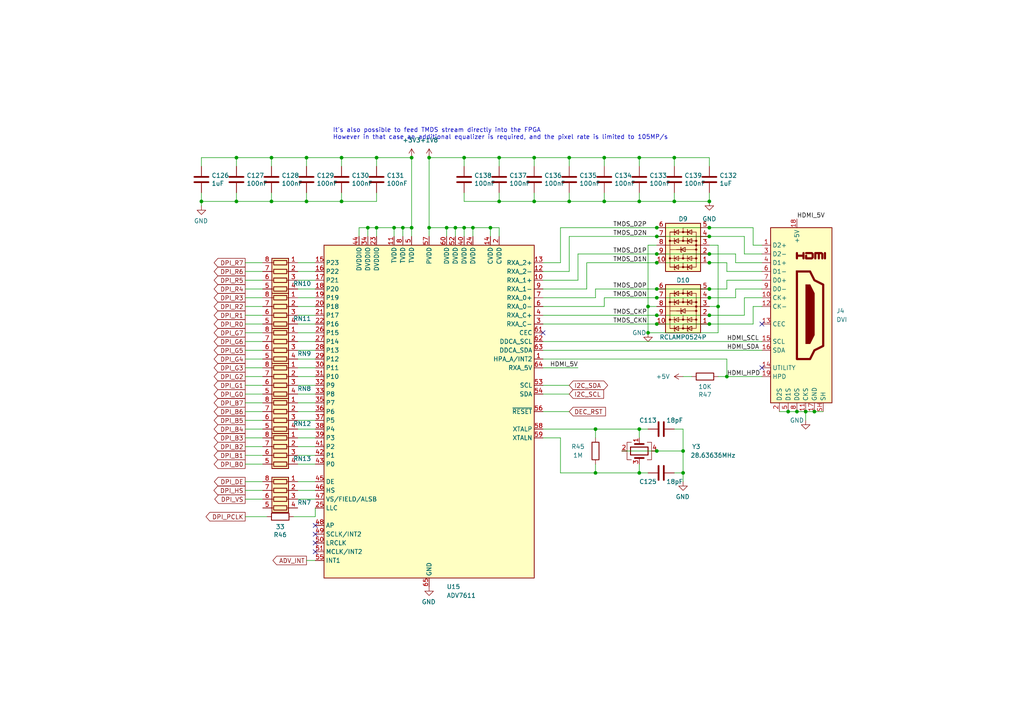
<source format=kicad_sch>
(kicad_sch (version 20231120) (generator "eeschema") (generator_version "8.0")
  (paper "A4")
  (lib_symbols
    (symbol "Connector:HDMI_A"
      (property "Reference" "J" (at -6.35 26.67 0))
      (property "Value" "HDMI_A" (at 10.16 26.67 0))
      (symbol "HDMI_A_0_0"
        (polyline (pts (xy 8.128 16.51) (xy 8.128 18.034)) (stroke (width 0.635)))
        (polyline (pts (xy 0 16.51) (xy 0 18.034) (xy 0 17.272) (xy 1.905 17.272) (xy 1.905 18.034) (xy 1.905 16.51)) (stroke (width 0.635)))
        (polyline (pts (xy 2.667 18.034) (xy 4.318 18.034) (xy 4.572 17.78) (xy 4.572 16.764) (xy 4.318 16.51) (xy 2.667 16.51) (xy 2.667 17.272)) (stroke (width 0.635)))
      )
      (symbol "HDMI_A_0_1"
        (rectangle (start -7.62 25.4) (end 10.16 -25.4) (stroke (width 0.254)) (fill (type background)))
        (polyline (pts (xy 2.54 8.89) (xy 3.81 8.89) (xy 5.08 6.35) (xy 5.08 -5.715) (xy 3.81 -8.255) (xy 2.54 -8.255) (xy 2.54 8.89)) (fill (type outline)))
        (polyline (pts (xy 5.334 16.51) (xy 5.334 18.034) (xy 6.35 18.034) (xy 6.35 16.51) (xy 6.35 18.034) (xy 7.112 18.034) (xy 7.366 17.78) (xy 7.366 16.51)) (stroke (width 0.635)))
        (polyline (pts (xy 0 12.7) (xy 0 -12.7) (xy 3.81 -12.7) (xy 5.08 -10.16) (xy 7.62 -8.89) (xy 7.62 8.89) (xy 5.08 10.16) (xy 3.81 12.7) (xy 0 12.7)) (stroke (width 0.635)))
      )
      (symbol "HDMI_A_1_1"
        (pin passive line (at -10.16 20.32 0) (length 2.54) (name "D2+") (number "1"))
        (pin passive line (at -10.16 5.08 0) (length 2.54) (name "CK+") (number "10"))
        (pin power_in line (at 2.54 -27.94 90) (length 2.54) (name "CKS") (number "11"))
        (pin passive line (at -10.16 2.54 0) (length 2.54) (name "CK-") (number "12"))
        (pin bidirectional line (at -10.16 -2.54 0) (length 2.54) (name "CEC") (number "13"))
        (pin passive line (at -10.16 -15.24 0) (length 2.54) (name "UTILITY") (number "14"))
        (pin passive line (at -10.16 -7.62 0) (length 2.54) (name "SCL") (number "15"))
        (pin bidirectional line (at -10.16 -10.16 0) (length 2.54) (name "SDA") (number "16"))
        (pin power_in line (at 5.08 -27.94 90) (length 2.54) (name "GND") (number "17"))
        (pin power_in line (at 0 27.94 270) (length 2.54) (name "+5V") (number "18"))
        (pin passive line (at -10.16 -17.78 0) (length 2.54) (name "HPD") (number "19"))
        (pin power_in line (at -5.08 -27.94 90) (length 2.54) (name "D2S") (number "2"))
        (pin passive line (at -10.16 17.78 0) (length 2.54) (name "D2-") (number "3"))
        (pin passive line (at -10.16 15.24 0) (length 2.54) (name "D1+") (number "4"))
        (pin power_in line (at -2.54 -27.94 90) (length 2.54) (name "D1S") (number "5"))
        (pin passive line (at -10.16 12.7 0) (length 2.54) (name "D1-") (number "6"))
        (pin passive line (at -10.16 10.16 0) (length 2.54) (name "D0+") (number "7"))
        (pin power_in line (at 0 -27.94 90) (length 2.54) (name "D0S") (number "8"))
        (pin passive line (at -10.16 7.62 0) (length 2.54) (name "D0-") (number "9"))
        (pin passive line (at 7.62 -27.94 90) (length 2.54) (name "SH") (number "SH"))
      )
    )
    (symbol "Device:C" (pin_numbers hide) (pin_names (offset 0.254))
      (property "Reference" "C" (at 0.635 2.54 0))
      (property "Value" "C" (at 0.635 -2.54 0))
      (symbol "C_0_1"
        (polyline (pts (xy -2.032 -0.762) (xy 2.032 -0.762)) (stroke (width 0.508)))
        (polyline (pts (xy -2.032 0.762) (xy 2.032 0.762)) (stroke (width 0.508)))
      )
      (symbol "C_1_1"
        (pin passive line (at 0 3.81 270) (length 2.794) (name "~") (number "1"))
        (pin passive line (at 0 -3.81 90) (length 2.794) (name "~") (number "2"))
      )
    )
    (symbol "Device:Crystal_GND24" (pin_names (offset 1.016) hide)
      (property "Reference" "Y" (at 3.175 5.08 0))
      (property "Value" "Crystal_GND24" (at 3.175 3.175 0))
      (symbol "Crystal_GND24_0_1"
        (rectangle (start -1.143 2.54) (end 1.143 -2.54) (stroke (width 0.3048)))
        (polyline (pts (xy -2.54 0) (xy -2.032 0)))
        (polyline (pts (xy -2.032 -1.27) (xy -2.032 1.27)) (stroke (width 0.508)))
        (polyline (pts (xy 0 -3.81) (xy 0 -3.556)))
        (polyline (pts (xy 0 3.556) (xy 0 3.81)))
        (polyline (pts (xy 2.032 -1.27) (xy 2.032 1.27)) (stroke (width 0.508)))
        (polyline (pts (xy 2.032 0) (xy 2.54 0)))
        (polyline (pts (xy -2.54 -2.286) (xy -2.54 -3.556) (xy 2.54 -3.556) (xy 2.54 -2.286)))
        (polyline (pts (xy -2.54 2.286) (xy -2.54 3.556) (xy 2.54 3.556) (xy 2.54 2.286)))
      )
      (symbol "Crystal_GND24_1_1"
        (pin passive line (at -3.81 0 0) (length 1.27) (name "1") (number "1"))
        (pin passive line (at 0 5.08 270) (length 1.27) (name "2") (number "2"))
        (pin passive line (at 3.81 0 180) (length 1.27) (name "3") (number "3"))
        (pin passive line (at 0 -5.08 90) (length 1.27) (name "4") (number "4"))
      )
    )
    (symbol "Device:R" (pin_numbers hide) (pin_names (offset 0))
      (property "Reference" "R" (at 2.032 0 90))
      (property "Value" "R" (at 0 0 90))
      (symbol "R_0_1"
        (rectangle (start -1.016 -2.54) (end 1.016 2.54) (stroke (width 0.254)))
      )
      (symbol "R_1_1"
        (pin passive line (at 0 3.81 270) (length 1.27) (name "~") (number "1"))
        (pin passive line (at 0 -3.81 90) (length 1.27) (name "~") (number "2"))
      )
    )
    (symbol "Device:R_Pack04" (pin_names (offset 0) hide)
      (property "Reference" "RN" (at -7.62 0 90))
      (property "Value" "R_Pack04" (at 5.08 0 90))
      (symbol "R_Pack04_0_1"
        (rectangle (start -6.35 -2.413) (end 3.81 2.413) (stroke (width 0.254)) (fill (type background)))
        (rectangle (start -5.715 1.905) (end -4.445 -1.905) (stroke (width 0.254)))
        (rectangle (start -3.175 1.905) (end -1.905 -1.905) (stroke (width 0.254)))
        (rectangle (start -0.635 1.905) (end 0.635 -1.905) (stroke (width 0.254)))
        (polyline (pts (xy -5.08 -2.54) (xy -5.08 -1.905)))
        (polyline (pts (xy -5.08 1.905) (xy -5.08 2.54)))
        (polyline (pts (xy -2.54 -2.54) (xy -2.54 -1.905)))
        (polyline (pts (xy -2.54 1.905) (xy -2.54 2.54)))
        (polyline (pts (xy 0 -2.54) (xy 0 -1.905)))
        (polyline (pts (xy 0 1.905) (xy 0 2.54)))
        (polyline (pts (xy 2.54 -2.54) (xy 2.54 -1.905)))
        (polyline (pts (xy 2.54 1.905) (xy 2.54 2.54)))
        (rectangle (start 1.905 1.905) (end 3.175 -1.905) (stroke (width 0.254)))
      )
      (symbol "R_Pack04_1_1"
        (pin passive line (at -5.08 -5.08 90) (length 2.54) (name "R1.1") (number "1"))
        (pin passive line (at -2.54 -5.08 90) (length 2.54) (name "R2.1") (number "2"))
        (pin passive line (at 0 -5.08 90) (length 2.54) (name "R3.1") (number "3"))
        (pin passive line (at 2.54 -5.08 90) (length 2.54) (name "R4.1") (number "4"))
        (pin passive line (at 2.54 5.08 270) (length 2.54) (name "R4.2") (number "5"))
        (pin passive line (at 0 5.08 270) (length 2.54) (name "R3.2") (number "6"))
        (pin passive line (at -2.54 5.08 270) (length 2.54) (name "R2.2") (number "7"))
        (pin passive line (at -5.08 5.08 270) (length 2.54) (name "R1.2") (number "8"))
      )
    )
    (symbol "Interface_HDMI:ADV7611"
      (property "Reference" "U" (at -30.48 49.53 0))
      (property "Value" "ADV7611" (at 30.48 49.53 0))
      (symbol "ADV7611_0_1"
        (rectangle (start -30.48 48.26) (end 30.48 -48.26) (stroke (width 0.254)) (fill (type background)))
      )
      (symbol "ADV7611_1_1"
        (pin bidirectional line (at -33.02 15.24 0) (length 2.54) (name "HPA_A/INT2") (number "1"))
        (pin input line (at -33.02 38.1 0) (length 2.54) (name "RXA_1+") (number "10"))
        (pin power_in line (at 10.16 50.8 270) (length 2.54) (name "TVDD") (number "11"))
        (pin input line (at -33.02 40.64 0) (length 2.54) (name "RXA_2-") (number "12"))
        (pin input line (at -33.02 43.18 0) (length 2.54) (name "RXA_2+") (number "13"))
        (pin power_in line (at -17.78 50.8 270) (length 2.54) (name "CVDD") (number "14"))
        (pin output line (at 33.02 43.18 180) (length 2.54) (name "P23") (number "15"))
        (pin output line (at 33.02 40.64 180) (length 2.54) (name "P22") (number "16"))
        (pin output line (at 33.02 38.1 180) (length 2.54) (name "P21") (number "17"))
        (pin output line (at 33.02 35.56 180) (length 2.54) (name "P20") (number "18"))
        (pin output line (at 33.02 33.02 180) (length 2.54) (name "P19") (number "19"))
        (pin power_in line (at -20.32 50.8 270) (length 2.54) (name "CVDD") (number "2"))
        (pin output line (at 33.02 30.48 180) (length 2.54) (name "P18") (number "20"))
        (pin output line (at 33.02 27.94 180) (length 2.54) (name "P17") (number "21"))
        (pin output line (at 33.02 25.4 180) (length 2.54) (name "P16") (number "22"))
        (pin power_in line (at 15.24 50.8 270) (length 2.54) (name "DVDDIO") (number "23"))
        (pin power_in line (at -12.7 50.8 270) (length 2.54) (name "DVDD") (number "24"))
        (pin output line (at 33.02 -27.94 180) (length 2.54) (name "LLC") (number "25"))
        (pin output line (at 33.02 22.86 180) (length 2.54) (name "P15") (number "26"))
        (pin output line (at 33.02 20.32 180) (length 2.54) (name "P14") (number "27"))
        (pin output line (at 33.02 17.78 180) (length 2.54) (name "P13") (number "28"))
        (pin output line (at 33.02 15.24 180) (length 2.54) (name "P12") (number "29"))
        (pin input line (at -33.02 25.4 0) (length 2.54) (name "RXA_C-") (number "3"))
        (pin output line (at 33.02 12.7 180) (length 2.54) (name "P11") (number "30"))
        (pin output line (at 33.02 10.16 180) (length 2.54) (name "P10") (number "31"))
        (pin output line (at 33.02 7.62 180) (length 2.54) (name "P9") (number "32"))
        (pin output line (at 33.02 5.08 180) (length 2.54) (name "P8") (number "33"))
        (pin power_in line (at 17.78 50.8 270) (length 2.54) (name "DVDDIO") (number "34"))
        (pin output line (at 33.02 2.54 180) (length 2.54) (name "P7") (number "35"))
        (pin output line (at 33.02 0 180) (length 2.54) (name "P6") (number "36"))
        (pin output line (at 33.02 -2.54 180) (length 2.54) (name "P5") (number "37"))
        (pin output line (at 33.02 -5.08 180) (length 2.54) (name "P4") (number "38"))
        (pin output line (at 33.02 -7.62 180) (length 2.54) (name "P3") (number "39"))
        (pin input line (at -33.02 27.94 0) (length 2.54) (name "RXA_C+") (number "4"))
        (pin power_in line (at -10.16 50.8 270) (length 2.54) (name "DVDD") (number "40"))
        (pin output line (at 33.02 -10.16 180) (length 2.54) (name "P2") (number "41"))
        (pin output line (at 33.02 -12.7 180) (length 2.54) (name "P1") (number "42"))
        (pin output line (at 33.02 -15.24 180) (length 2.54) (name "P0") (number "43"))
        (pin power_in line (at 20.32 50.8 270) (length 2.54) (name "DVDDIO") (number "44"))
        (pin output line (at 33.02 -20.32 180) (length 2.54) (name "DE") (number "45"))
        (pin output line (at 33.02 -22.86 180) (length 2.54) (name "HS") (number "46"))
        (pin bidirectional line (at 33.02 -25.4 180) (length 2.54) (name "VS/FIELD/ALSB") (number "47"))
        (pin output line (at 33.02 -33.02 180) (length 2.54) (name "AP") (number "48"))
        (pin output line (at 33.02 -35.56 180) (length 2.54) (name "SCLK/INT2") (number "49"))
        (pin power_in line (at 5.08 50.8 270) (length 2.54) (name "TVDD") (number "5"))
        (pin output line (at 33.02 -38.1 180) (length 2.54) (name "LRCLK") (number "50"))
        (pin output line (at 33.02 -40.64 180) (length 2.54) (name "MCLK/INT2") (number "51"))
        (pin power_in line (at -7.62 50.8 270) (length 2.54) (name "DVDD") (number "52"))
        (pin input line (at -33.02 7.62 0) (length 2.54) (name "SCL") (number "53"))
        (pin bidirectional line (at -33.02 5.08 0) (length 2.54) (name "SDA") (number "54"))
        (pin output line (at 33.02 -43.18 180) (length 2.54) (name "INT1") (number "55"))
        (pin input line (at -33.02 0 0) (length 2.54) (name "~{RESET}") (number "56"))
        (pin power_in line (at 0 50.8 270) (length 2.54) (name "PVDD") (number "57"))
        (pin input line (at -33.02 -5.08 0) (length 2.54) (name "XTALP") (number "58"))
        (pin input line (at -33.02 -7.62 0) (length 2.54) (name "XTALN") (number "59"))
        (pin input line (at -33.02 30.48 0) (length 2.54) (name "RXA_0-") (number "6"))
        (pin power_in line (at -5.08 50.8 270) (length 2.54) (name "DVDD") (number "60"))
        (pin bidirectional line (at -33.02 22.86 0) (length 2.54) (name "CEC") (number "61"))
        (pin input line (at -33.02 20.32 0) (length 2.54) (name "DDCA_SCL") (number "62"))
        (pin bidirectional line (at -33.02 17.78 0) (length 2.54) (name "DDCA_SDA") (number "63"))
        (pin input line (at -33.02 12.7 0) (length 2.54) (name "RXA_5V") (number "64"))
        (pin power_in line (at 0 -50.8 90) (length 2.54) (name "GND") (number "65"))
        (pin input line (at -33.02 33.02 0) (length 2.54) (name "RXA_0+") (number "7"))
        (pin power_in line (at 7.62 50.8 270) (length 2.54) (name "TVDD") (number "8"))
        (pin input line (at -33.02 35.56 0) (length 2.54) (name "RXA_1-") (number "9"))
      )
    )
    (symbol "power:+1V8" (power) (pin_names (offset 0))
      (property "Value" "+1V8" (at 0 3.556 0))
      (symbol "+1V8_0_1"
        (polyline (pts (xy -0.762 1.27) (xy 0 2.54)))
        (polyline (pts (xy 0 0) (xy 0 2.54)))
        (polyline (pts (xy 0 2.54) (xy 0.762 1.27)))
      )
      (symbol "+1V8_1_1"
        (pin power_in line (at 0 0 90) (length 0) hide (name "+1V8") (number "1"))
      )
    )
    (symbol "power:+3V3" (power) (pin_names (offset 0))
      (property "Value" "+3V3" (at 0 3.556 0))
      (symbol "+3V3_0_1"
        (polyline (pts (xy -0.762 1.27) (xy 0 2.54)))
        (polyline (pts (xy 0 0) (xy 0 2.54)))
        (polyline (pts (xy 0 2.54) (xy 0.762 1.27)))
      )
      (symbol "+3V3_1_1"
        (pin power_in line (at 0 0 90) (length 0) hide (name "+3V3") (number "1"))
      )
    )
    (symbol "power:+5V" (power) (pin_names (offset 0))
      (property "Value" "+5V" (at 0 3.556 0))
      (symbol "+5V_0_1"
        (polyline (pts (xy -0.762 1.27) (xy 0 2.54)))
        (polyline (pts (xy 0 0) (xy 0 2.54)))
        (polyline (pts (xy 0 2.54) (xy 0.762 1.27)))
      )
      (symbol "+5V_1_1"
        (pin power_in line (at 0 0 90) (length 0) hide (name "+5V") (number "1"))
      )
    )
    (symbol "power:GND" (power) (pin_names (offset 0))
      (property "Value" "GND" (at 0 -3.81 0))
      (symbol "GND_0_1"
        (polyline (pts (xy 0 0) (xy 0 -1.27) (xy 1.27 -1.27) (xy 0 -2.54) (xy -1.27 -1.27) (xy 0 -1.27)))
      )
      (symbol "GND_1_1"
        (pin power_in line (at 0 0 270) (length 0) hide (name "GND") (number "1"))
      )
    )
    (symbol "symbols:RCLAMP0524P" (pin_names hide)
      (property "Reference" "D" (at 7.62 1.27 0))
      (property "Value" "RCLAMP0524P" (at 7.62 -0.635 0))
      (symbol "RCLAMP0524P_0_0"
        (pin passive line (at 0 -7.62 90) (length 2.54) (name "GND") (number "3"))
      )
      (symbol "RCLAMP0524P_0_1"
        (rectangle (start -7.62 5.08) (end 6.35 -5.08) (stroke (width 0.254)) (fill (type background)))
        (circle (center -6.35 0) (radius 0.254) (fill (type outline)))
        (circle (center -3.81 -3.81) (radius 0.254) (fill (type outline)))
        (circle (center -3.81 0) (radius 0.254) (fill (type outline)))
        (circle (center -3.81 3.81) (radius 0.254) (fill (type outline)))
        (circle (center -1.27 -3.81) (radius 0.254) (fill (type outline)))
        (circle (center 0 -3.81) (radius 0.254) (fill (type outline)))
        (polyline (pts (xy -6.35 0) (xy -6.35 -1.27)))
        (polyline (pts (xy -6.35 2.54) (xy -6.35 -1.27)))
        (polyline (pts (xy -6.35 3.81) (xy -6.35 2.54)))
        (polyline (pts (xy -6.35 3.81) (xy -6.35 2.54)))
        (polyline (pts (xy -3.81 -3.81) (xy -3.81 2.54)))
        (polyline (pts (xy -3.81 3.81) (xy -3.81 2.54)))
        (polyline (pts (xy -3.175 -1.27) (xy -3.048 -1.27)))
        (polyline (pts (xy -3.175 2.54) (xy -3.048 2.54)))
        (polyline (pts (xy -1.27 0.635) (xy -1.27 -3.81)))
        (polyline (pts (xy -1.27 1.905) (xy -1.27 0.635)))
        (polyline (pts (xy -1.27 3.81) (xy -1.27 0.635)))
        (polyline (pts (xy 0 -5.08) (xy 0 -3.81)))
        (polyline (pts (xy 0 5.08) (xy 0 -3.81)))
        (polyline (pts (xy 1.27 -3.81) (xy -1.27 -3.81)))
        (polyline (pts (xy 1.27 0) (xy 1.27 -1.27)))
        (polyline (pts (xy 1.27 2.54) (xy 1.27 -1.27)))
        (polyline (pts (xy 1.27 3.81) (xy 1.27 2.54)))
        (polyline (pts (xy 1.27 3.81) (xy 1.27 2.54)))
        (polyline (pts (xy 3.81 0) (xy 3.81 -1.27)))
        (polyline (pts (xy 3.81 2.54) (xy 3.81 -1.27)))
        (polyline (pts (xy 3.81 3.81) (xy -6.35 3.81)))
        (polyline (pts (xy 3.81 3.81) (xy 3.81 2.54)))
        (polyline (pts (xy 3.81 3.81) (xy 3.81 2.54)))
        (polyline (pts (xy -6.35 -1.27) (xy -6.35 -3.81) (xy -1.27 -3.81)))
        (polyline (pts (xy -5.08 -5.08) (xy -5.08 0) (xy -6.35 0)))
        (polyline (pts (xy -3.175 -1.27) (xy -4.572 -1.27) (xy -4.572 -1.524)))
        (polyline (pts (xy -3.175 2.54) (xy -4.572 2.54) (xy -4.572 2.286)))
        (polyline (pts (xy -2.54 -5.08) (xy -2.54 0) (xy -3.81 0)))
        (polyline (pts (xy 1.27 -1.27) (xy 1.27 -3.81) (xy 3.81 -3.81)))
        (polyline (pts (xy 2.54 -5.08) (xy 2.54 0) (xy 1.27 0)))
        (polyline (pts (xy 3.81 -1.27) (xy 3.81 -3.81) (xy 3.81 -3.81)))
        (polyline (pts (xy 5.08 -5.08) (xy 5.08 0) (xy 3.81 0)))
        (polyline (pts (xy -7.112 -1.524) (xy -7.112 -1.27) (xy -5.715 -1.27) (xy -5.588 -1.27)))
        (polyline (pts (xy -7.112 -1.524) (xy -7.112 -1.27) (xy -5.715 -1.27) (xy -5.588 -1.27)))
        (polyline (pts (xy -7.112 2.286) (xy -7.112 2.54) (xy -5.715 2.54) (xy -5.588 2.54)))
        (polyline (pts (xy -7.112 2.286) (xy -7.112 2.54) (xy -5.715 2.54) (xy -5.588 2.54)))
        (polyline (pts (xy -6.35 -1.27) (xy -5.715 -2.54) (xy -6.985 -2.54) (xy -6.35 -1.27)))
        (polyline (pts (xy -6.35 -1.27) (xy -5.715 -2.54) (xy -6.985 -2.54) (xy -6.35 -1.27)))
        (polyline (pts (xy -6.35 2.54) (xy -5.715 1.27) (xy -6.985 1.27) (xy -6.35 2.54)))
        (polyline (pts (xy -6.35 2.54) (xy -5.715 1.27) (xy -6.985 1.27) (xy -6.35 2.54)))
        (polyline (pts (xy -3.175 -2.54) (xy -4.445 -2.54) (xy -3.81 -1.27) (xy -3.175 -2.54)))
        (polyline (pts (xy -3.175 1.27) (xy -4.445 1.27) (xy -3.81 2.54) (xy -3.175 1.27)))
        (polyline (pts (xy -2.032 0.381) (xy -2.032 0.635) (xy -0.635 0.635) (xy -0.508 0.635)))
        (polyline (pts (xy -2.032 0.381) (xy -2.032 0.635) (xy -0.635 0.635) (xy -0.508 0.635)))
        (polyline (pts (xy -1.27 0.635) (xy -0.635 -0.635) (xy -1.905 -0.635) (xy -1.27 0.635)))
        (polyline (pts (xy -1.27 0.635) (xy -0.635 -0.635) (xy -1.905 -0.635) (xy -1.27 0.635)))
        (polyline (pts (xy 0.508 -1.524) (xy 0.508 -1.27) (xy 1.905 -1.27) (xy 2.032 -1.27)))
        (polyline (pts (xy 0.508 -1.524) (xy 0.508 -1.27) (xy 1.905 -1.27) (xy 2.032 -1.27)))
        (polyline (pts (xy 0.508 2.286) (xy 0.508 2.54) (xy 1.905 2.54) (xy 2.032 2.54)))
        (polyline (pts (xy 0.508 2.286) (xy 0.508 2.54) (xy 1.905 2.54) (xy 2.032 2.54)))
        (polyline (pts (xy 1.27 -1.27) (xy 1.905 -2.54) (xy 0.635 -2.54) (xy 1.27 -1.27)))
        (polyline (pts (xy 1.27 -1.27) (xy 1.905 -2.54) (xy 0.635 -2.54) (xy 1.27 -1.27)))
        (polyline (pts (xy 1.27 2.54) (xy 1.905 1.27) (xy 0.635 1.27) (xy 1.27 2.54)))
        (polyline (pts (xy 1.27 2.54) (xy 1.905 1.27) (xy 0.635 1.27) (xy 1.27 2.54)))
        (polyline (pts (xy 3.048 -1.524) (xy 3.048 -1.27) (xy 4.445 -1.27) (xy 4.572 -1.27)))
        (polyline (pts (xy 3.048 -1.524) (xy 3.048 -1.27) (xy 4.445 -1.27) (xy 4.572 -1.27)))
        (polyline (pts (xy 3.048 2.286) (xy 3.048 2.54) (xy 4.445 2.54) (xy 4.572 2.54)))
        (polyline (pts (xy 3.048 2.286) (xy 3.048 2.54) (xy 4.445 2.54) (xy 4.572 2.54)))
        (polyline (pts (xy 3.81 -1.27) (xy 4.445 -2.54) (xy 3.175 -2.54) (xy 3.81 -1.27)))
        (polyline (pts (xy 3.81 -1.27) (xy 4.445 -2.54) (xy 3.175 -2.54) (xy 3.81 -1.27)))
        (polyline (pts (xy 3.81 2.54) (xy 4.445 1.27) (xy 3.175 1.27) (xy 3.81 2.54)))
        (polyline (pts (xy 3.81 2.54) (xy 4.445 1.27) (xy 3.175 1.27) (xy 3.81 2.54)))
        (circle (center 1.27 -3.81) (radius 0.254) (fill (type outline)))
        (circle (center 1.27 0) (radius 0.254) (fill (type outline)))
        (circle (center 1.27 3.81) (radius 0.254) (fill (type outline)))
        (circle (center 3.81 0) (radius 0.254) (fill (type outline)))
      )
      (symbol "RCLAMP0524P_1_1"
        (pin passive line (at -5.08 -7.62 90) (length 2.54) (name "IO1") (number "1"))
        (pin passive line (at -5.08 7.62 270) (length 2.54) (name "NC4") (number "10"))
        (pin passive line (at -2.54 -7.62 90) (length 2.54) (name "IO2") (number "2"))
        (pin passive line (at 2.54 -7.62 90) (length 2.54) (name "IO3") (number "4"))
        (pin passive line (at 5.08 -7.62 90) (length 2.54) (name "IO4") (number "5"))
        (pin passive line (at 5.08 7.62 270) (length 2.54) (name "NC1") (number "6"))
        (pin passive line (at 2.54 7.62 270) (length 2.54) (name "NC2") (number "7"))
        (pin passive line (at 0 7.62 270) (length 2.54) (name "GND") (number "8"))
        (pin passive line (at -2.54 7.62 270) (length 2.54) (name "NC3") (number "9"))
      )
    )
  )
  (junction (at 210.82 109.22))
  (junction (at 190.5 73.66))
  (junction (at 205.74 73.66))
  (junction (at 119.38 66.04))
  (junction (at 175.26 45.72))
  (junction (at 195.58 58.42))
  (junction (at 172.72 137.16))
  (junction (at 129.54 66.04))
  (junction (at 205.74 91.44))
  (junction (at 190.5 93.98))
  (junction (at 175.26 58.42))
  (junction (at 172.72 124.46))
  (junction (at 165.1 58.42))
  (junction (at 106.68 66.04))
  (junction (at 236.22 119.38))
  (junction (at 205.74 58.42))
  (junction (at 144.78 58.42))
  (junction (at 132.08 66.04))
  (junction (at 198.12 137.16) (diameter 0.9144))
  (junction (at 187.96 96.52))
  (junction (at 190.5 66.04))
  (junction (at 185.42 137.16) (diameter 0.9144))
  (junction (at 190.5 76.2))
  (junction (at 109.22 66.04))
  (junction (at 124.46 45.72))
  (junction (at 208.28 88.9))
  (junction (at 190.5 86.36))
  (junction (at 116.84 66.04))
  (junction (at 190.5 91.44))
  (junction (at 134.62 45.72))
  (junction (at 185.42 124.46) (diameter 0.9144))
  (junction (at 142.24 66.04))
  (junction (at 114.3 66.04))
  (junction (at 99.06 45.72))
  (junction (at 68.58 58.42))
  (junction (at 190.5 68.58))
  (junction (at 187.96 88.9))
  (junction (at 185.42 45.72))
  (junction (at 134.62 66.04))
  (junction (at 88.9 45.72))
  (junction (at 109.22 45.72))
  (junction (at 228.6 119.38))
  (junction (at 88.9 58.42))
  (junction (at 231.14 119.38))
  (junction (at 144.78 45.72))
  (junction (at 78.74 58.42))
  (junction (at 205.74 76.2))
  (junction (at 205.74 83.82))
  (junction (at 165.1 45.72))
  (junction (at 137.16 66.04))
  (junction (at 68.58 45.72))
  (junction (at 195.58 45.72))
  (junction (at 154.94 45.72))
  (junction (at 185.42 58.42))
  (junction (at 58.42 58.42) (diameter 0.9144))
  (junction (at 190.5 83.82))
  (junction (at 205.74 93.98))
  (junction (at 190.5 130.81) (diameter 0.9144))
  (junction (at 205.74 66.04))
  (junction (at 233.68 119.38))
  (junction (at 205.74 68.58))
  (junction (at 78.74 45.72))
  (junction (at 119.38 45.72))
  (junction (at 205.74 86.36))
  (junction (at 124.46 66.04))
  (junction (at 99.06 58.42))
  (junction (at 198.12 130.81) (diameter 0.9144))
  (junction (at 154.94 58.42))
  (no_connect (at 91.44 160.02))
  (no_connect (at 91.44 152.4))
  (no_connect (at 220.98 106.68))
  (no_connect (at 157.48 96.52))
  (no_connect (at 91.44 157.48))
  (no_connect (at 220.98 93.98))
  (no_connect (at 91.44 154.94))
  (wire (pts (xy 198.12 130.81) (xy 190.5 130.81)))
  (wire (pts (xy 86.36 99.06) (xy 91.44 99.06)))
  (wire (pts (xy 132.08 66.04) (xy 129.54 66.04)))
  (wire (pts (xy 114.3 66.04) (xy 116.84 66.04)))
  (wire (pts (xy 220.98 71.12) (xy 218.44 71.12)))
  (wire (pts (xy 190.5 93.98) (xy 205.74 93.98)))
  (wire (pts (xy 71.12 119.38) (xy 76.2 119.38)))
  (wire (pts (xy 71.12 134.62) (xy 76.2 134.62)))
  (wire (pts (xy 205.74 83.82) (xy 210.82 83.82)))
  (wire (pts (xy 86.36 106.68) (xy 91.44 106.68)))
  (wire (pts (xy 175.26 45.72) (xy 185.42 45.72)))
  (wire (pts (xy 172.72 137.16) (xy 185.42 137.16)))
  (wire (pts (xy 185.42 127) (xy 185.42 124.46)))
  (wire (pts (xy 210.82 104.14) (xy 210.82 109.22)))
  (wire (pts (xy 71.12 129.54) (xy 76.2 129.54)))
  (wire (pts (xy 71.12 96.52) (xy 76.2 96.52)))
  (wire (pts (xy 231.14 119.38) (xy 233.68 119.38)))
  (wire (pts (xy 144.78 55.88) (xy 144.78 58.42)))
  (wire (pts (xy 58.42 58.42) (xy 68.58 58.42)))
  (wire (pts (xy 195.58 58.42) (xy 205.74 58.42)))
  (wire (pts (xy 71.12 81.28) (xy 76.2 81.28)))
  (wire (pts (xy 208.28 71.12) (xy 208.28 88.9)))
  (wire (pts (xy 129.54 66.04) (xy 124.46 66.04)))
  (wire (pts (xy 58.42 45.72) (xy 58.42 48.26)))
  (wire (pts (xy 71.12 93.98) (xy 76.2 93.98)))
  (wire (pts (xy 165.1 45.72) (xy 175.26 45.72)))
  (wire (pts (xy 210.82 109.22) (xy 220.98 109.22)))
  (wire (pts (xy 175.26 55.88) (xy 175.26 58.42)))
  (wire (pts (xy 109.22 45.72) (xy 119.38 45.72)))
  (wire (pts (xy 106.68 66.04) (xy 106.68 68.58)))
  (wire (pts (xy 157.48 76.2) (xy 162.56 76.2)))
  (wire (pts (xy 78.74 58.42) (xy 88.9 58.42)))
  (wire (pts (xy 187.96 124.46) (xy 185.42 124.46)))
  (wire (pts (xy 175.26 58.42) (xy 185.42 58.42)))
  (wire (pts (xy 86.36 88.9) (xy 91.44 88.9)))
  (wire (pts (xy 180.34 130.81) (xy 190.5 130.81)))
  (wire (pts (xy 134.62 66.04) (xy 132.08 66.04)))
  (wire (pts (xy 172.72 134.62) (xy 172.72 137.16)))
  (wire (pts (xy 220.98 83.82) (xy 213.36 83.82)))
  (wire (pts (xy 165.1 68.58) (xy 190.5 68.58)))
  (wire (pts (xy 86.36 93.98) (xy 91.44 93.98)))
  (wire (pts (xy 190.5 91.44) (xy 205.74 91.44)))
  (wire (pts (xy 172.72 124.46) (xy 157.48 124.46)))
  (wire (pts (xy 71.12 149.86) (xy 77.47 149.86)))
  (wire (pts (xy 205.74 71.12) (xy 208.28 71.12)))
  (wire (pts (xy 185.42 45.72) (xy 185.42 48.26)))
  (wire (pts (xy 190.5 83.82) (xy 205.74 83.82)))
  (wire (pts (xy 71.12 121.92) (xy 76.2 121.92)))
  (wire (pts (xy 99.06 48.26) (xy 99.06 45.72)))
  (wire (pts (xy 175.26 88.9) (xy 175.26 86.36)))
  (wire (pts (xy 68.58 45.72) (xy 78.74 45.72)))
  (wire (pts (xy 210.82 78.74) (xy 210.82 76.2)))
  (wire (pts (xy 233.68 119.38) (xy 236.22 119.38)))
  (wire (pts (xy 71.12 132.08) (xy 76.2 132.08)))
  (wire (pts (xy 187.96 96.52) (xy 208.28 96.52)))
  (wire (pts (xy 91.44 149.86) (xy 91.44 147.32)))
  (wire (pts (xy 71.12 76.2) (xy 76.2 76.2)))
  (wire (pts (xy 195.58 124.46) (xy 198.12 124.46)))
  (wire (pts (xy 58.42 45.72) (xy 68.58 45.72)))
  (wire (pts (xy 226.06 119.38) (xy 228.6 119.38)))
  (wire (pts (xy 124.46 45.72) (xy 124.46 66.04)))
  (wire (pts (xy 99.06 45.72) (xy 109.22 45.72)))
  (wire (pts (xy 187.96 88.9) (xy 187.96 96.52)))
  (wire (pts (xy 190.5 71.12) (xy 187.96 71.12)))
  (wire (pts (xy 86.36 91.44) (xy 91.44 91.44)))
  (wire (pts (xy 185.42 45.72) (xy 195.58 45.72)))
  (wire (pts (xy 86.36 134.62) (xy 91.44 134.62)))
  (wire (pts (xy 157.48 93.98) (xy 190.5 93.98)))
  (wire (pts (xy 71.12 139.7) (xy 76.2 139.7)))
  (wire (pts (xy 116.84 66.04) (xy 116.84 68.58)))
  (wire (pts (xy 198.12 124.46) (xy 198.12 130.81)))
  (wire (pts (xy 187.96 88.9) (xy 190.5 88.9)))
  (wire (pts (xy 154.94 45.72) (xy 165.1 45.72)))
  (wire (pts (xy 71.12 83.82) (xy 76.2 83.82)))
  (wire (pts (xy 71.12 111.76) (xy 76.2 111.76)))
  (wire (pts (xy 71.12 142.24) (xy 76.2 142.24)))
  (wire (pts (xy 109.22 66.04) (xy 114.3 66.04)))
  (wire (pts (xy 71.12 104.14) (xy 76.2 104.14)))
  (wire (pts (xy 142.24 66.04) (xy 142.24 68.58)))
  (wire (pts (xy 134.62 45.72) (xy 134.62 48.26)))
  (wire (pts (xy 88.9 45.72) (xy 88.9 48.26)))
  (wire (pts (xy 190.5 86.36) (xy 205.74 86.36)))
  (wire (pts (xy 190.5 68.58) (xy 205.74 68.58)))
  (wire (pts (xy 68.58 58.42) (xy 78.74 58.42)))
  (wire (pts (xy 175.26 86.36) (xy 190.5 86.36)))
  (wire (pts (xy 208.28 96.52) (xy 208.28 88.9)))
  (wire (pts (xy 132.08 66.04) (xy 132.08 68.58)))
  (wire (pts (xy 165.1 111.76) (xy 157.48 111.76)))
  (wire (pts (xy 172.72 124.46) (xy 172.72 127)))
  (wire (pts (xy 137.16 66.04) (xy 137.16 68.58)))
  (wire (pts (xy 71.12 109.22) (xy 76.2 109.22)))
  (wire (pts (xy 109.22 66.04) (xy 109.22 68.58)))
  (wire (pts (xy 88.9 162.56) (xy 91.44 162.56)))
  (wire (pts (xy 142.24 66.04) (xy 137.16 66.04)))
  (wire (pts (xy 86.36 139.7) (xy 91.44 139.7)))
  (wire (pts (xy 170.18 83.82) (xy 170.18 76.2)))
  (wire (pts (xy 205.74 68.58) (xy 215.9 68.58)))
  (wire (pts (xy 124.46 66.04) (xy 124.46 68.58)))
  (wire (pts (xy 86.36 76.2) (xy 91.44 76.2)))
  (wire (pts (xy 195.58 55.88) (xy 195.58 58.42)))
  (wire (pts (xy 86.36 127) (xy 91.44 127)))
  (wire (pts (xy 154.94 58.42) (xy 165.1 58.42)))
  (wire (pts (xy 165.1 55.88) (xy 165.1 58.42)))
  (wire (pts (xy 213.36 76.2) (xy 213.36 73.66)))
  (wire (pts (xy 218.44 93.98) (xy 205.74 93.98)))
  (wire (pts (xy 157.48 81.28) (xy 167.64 81.28)))
  (wire (pts (xy 116.84 66.04) (xy 119.38 66.04)))
  (wire (pts (xy 215.9 68.58) (xy 215.9 73.66)))
  (wire (pts (xy 88.9 45.72) (xy 99.06 45.72)))
  (wire (pts (xy 78.74 45.72) (xy 88.9 45.72)))
  (wire (pts (xy 86.36 111.76) (xy 91.44 111.76)))
  (wire (pts (xy 162.56 127) (xy 162.56 137.16)))
  (wire (pts (xy 208.28 109.22) (xy 210.82 109.22)))
  (wire (pts (xy 198.12 130.81) (xy 198.12 137.16)))
  (wire (pts (xy 109.22 55.88) (xy 109.22 58.42)))
  (wire (pts (xy 213.36 86.36) (xy 205.74 86.36)))
  (wire (pts (xy 172.72 86.36) (xy 172.72 83.82)))
  (wire (pts (xy 228.6 119.38) (xy 231.14 119.38)))
  (wire (pts (xy 71.12 88.9) (xy 76.2 88.9)))
  (wire (pts (xy 86.36 119.38) (xy 91.44 119.38)))
  (wire (pts (xy 86.36 114.3) (xy 91.44 114.3)))
  (wire (pts (xy 114.3 66.04) (xy 114.3 68.58)))
  (wire (pts (xy 71.12 101.6) (xy 76.2 101.6)))
  (wire (pts (xy 86.36 109.22) (xy 91.44 109.22)))
  (wire (pts (xy 162.56 76.2) (xy 162.56 66.04)))
  (wire (pts (xy 220.98 78.74) (xy 210.82 78.74)))
  (wire (pts (xy 86.36 129.54) (xy 91.44 129.54)))
  (wire (pts (xy 187.96 71.12) (xy 187.96 88.9)))
  (wire (pts (xy 185.42 124.46) (xy 172.72 124.46)))
  (wire (pts (xy 124.46 45.72) (xy 134.62 45.72)))
  (wire (pts (xy 104.14 66.04) (xy 106.68 66.04)))
  (wire (pts (xy 157.48 106.68) (xy 167.64 106.68)))
  (wire (pts (xy 86.36 132.08) (xy 91.44 132.08)))
  (wire (pts (xy 137.16 66.04) (xy 134.62 66.04)))
  (wire (pts (xy 236.22 119.38) (xy 238.76 119.38)))
  (wire (pts (xy 208.28 88.9) (xy 205.74 88.9)))
  (wire (pts (xy 185.42 55.88) (xy 185.42 58.42)))
  (wire (pts (xy 86.36 142.24) (xy 91.44 142.24)))
  (wire (pts (xy 215.9 86.36) (xy 215.9 91.44)))
  (wire (pts (xy 167.64 81.28) (xy 167.64 73.66)))
  (wire (pts (xy 233.68 119.38) (xy 233.68 121.92)))
  (wire (pts (xy 71.12 99.06) (xy 76.2 99.06)))
  (wire (pts (xy 165.1 45.72) (xy 165.1 48.26)))
  (wire (pts (xy 157.48 78.74) (xy 165.1 78.74)))
  (wire (pts (xy 157.48 86.36) (xy 172.72 86.36)))
  (wire (pts (xy 218.44 71.12) (xy 218.44 66.04)))
  (wire (pts (xy 86.36 121.92) (xy 91.44 121.92)))
  (wire (pts (xy 134.62 66.04) (xy 134.62 68.58)))
  (wire (pts (xy 86.36 144.78) (xy 91.44 144.78)))
  (wire (pts (xy 68.58 45.72) (xy 68.58 48.26)))
  (wire (pts (xy 157.48 88.9) (xy 175.26 88.9)))
  (wire (pts (xy 134.62 45.72) (xy 144.78 45.72)))
  (wire (pts (xy 109.22 45.72) (xy 109.22 48.26)))
  (wire (pts (xy 165.1 58.42) (xy 175.26 58.42)))
  (wire (pts (xy 220.98 81.28) (xy 210.82 81.28)))
  (wire (pts (xy 144.78 68.58) (xy 144.78 66.04)))
  (wire (pts (xy 198.12 137.16) (xy 198.12 139.7)))
  (wire (pts (xy 144.78 66.04) (xy 142.24 66.04)))
  (wire (pts (xy 205.74 48.26) (xy 205.74 45.72)))
  (wire (pts (xy 71.12 106.68) (xy 76.2 106.68)))
  (wire (pts (xy 86.36 86.36) (xy 91.44 86.36)))
  (wire (pts (xy 220.98 88.9) (xy 218.44 88.9)))
  (wire (pts (xy 106.68 66.04) (xy 109.22 66.04)))
  (wire (pts (xy 162.56 137.16) (xy 172.72 137.16)))
  (wire (pts (xy 185.42 58.42) (xy 195.58 58.42)))
  (wire (pts (xy 185.42 137.16) (xy 187.96 137.16)))
  (wire (pts (xy 162.56 66.04) (xy 190.5 66.04)))
  (wire (pts (xy 86.36 78.74) (xy 91.44 78.74)))
  (wire (pts (xy 157.48 101.6) (xy 220.98 101.6)))
  (wire (pts (xy 154.94 45.72) (xy 144.78 45.72)))
  (wire (pts (xy 157.48 119.38) (xy 165.1 119.38)))
  (wire (pts (xy 86.36 116.84) (xy 91.44 116.84)))
  (wire (pts (xy 134.62 55.88) (xy 134.62 58.42)))
  (wire (pts (xy 71.12 86.36) (xy 76.2 86.36)))
  (wire (pts (xy 220.98 86.36) (xy 215.9 86.36)))
  (wire (pts (xy 220.98 76.2) (xy 213.36 76.2)))
  (wire (pts (xy 144.78 45.72) (xy 144.78 48.26)))
  (wire (pts (xy 68.58 55.88) (xy 68.58 58.42)))
  (wire (pts (xy 205.74 55.88) (xy 205.74 58.42)))
  (wire (pts (xy 86.36 83.82) (xy 91.44 83.82)))
  (wire (pts (xy 88.9 58.42) (xy 99.06 58.42)))
  (wire (pts (xy 71.12 116.84) (xy 76.2 116.84)))
  (wire (pts (xy 71.12 78.74) (xy 76.2 78.74)))
  (wire (pts (xy 85.09 149.86) (xy 91.44 149.86)))
  (wire (pts (xy 134.62 58.42) (xy 144.78 58.42)))
  (wire (pts (xy 119.38 68.58) (xy 119.38 66.04)))
  (wire (pts (xy 215.9 91.44) (xy 205.74 91.44)))
  (wire (pts (xy 104.14 68.58) (xy 104.14 66.04)))
  (wire (pts (xy 154.94 48.26) (xy 154.94 45.72)))
  (wire (pts (xy 210.82 76.2) (xy 205.74 76.2)))
  (wire (pts (xy 58.42 55.88) (xy 58.42 58.42)))
  (wire (pts (xy 157.48 83.82) (xy 170.18 83.82)))
  (wire (pts (xy 213.36 83.82) (xy 213.36 86.36)))
  (wire (pts (xy 210.82 81.28) (xy 210.82 83.82)))
  (wire (pts (xy 71.12 124.46) (xy 76.2 124.46)))
  (wire (pts (xy 165.1 78.74) (xy 165.1 68.58)))
  (wire (pts (xy 170.18 76.2) (xy 190.5 76.2)))
  (wire (pts (xy 154.94 55.88) (xy 154.94 58.42)))
  (wire (pts (xy 157.48 99.06) (xy 220.98 99.06)))
  (wire (pts (xy 218.44 66.04) (xy 205.74 66.04)))
  (wire (pts (xy 195.58 45.72) (xy 195.58 48.26)))
  (wire (pts (xy 167.64 73.66) (xy 190.5 73.66)))
  (wire (pts (xy 99.06 58.42) (xy 109.22 58.42)))
  (wire (pts (xy 78.74 55.88) (xy 78.74 58.42)))
  (wire (pts (xy 154.94 58.42) (xy 144.78 58.42)))
  (wire (pts (xy 198.12 137.16) (xy 195.58 137.16)))
  (wire (pts (xy 198.12 109.22) (xy 200.66 109.22)))
  (wire (pts (xy 86.36 104.14) (xy 91.44 104.14)))
  (wire (pts (xy 205.74 45.72) (xy 195.58 45.72)))
  (wire (pts (xy 88.9 55.88) (xy 88.9 58.42)))
  (wire (pts (xy 86.36 81.28) (xy 91.44 81.28)))
  (wire (pts (xy 71.12 144.78) (xy 76.2 144.78)))
  (wire (pts (xy 71.12 91.44) (xy 76.2 91.44)))
  (wire (pts (xy 99.06 55.88) (xy 99.06 58.42)))
  (wire (pts (xy 71.12 127) (xy 76.2 127)))
  (wire (pts (xy 190.5 76.2) (xy 205.74 76.2)))
  (wire (pts (xy 165.1 114.3) (xy 157.48 114.3)))
  (wire (pts (xy 86.36 96.52) (xy 91.44 96.52)))
  (wire (pts (xy 71.12 114.3) (xy 76.2 114.3)))
  (wire (pts (xy 129.54 66.04) (xy 129.54 68.58)))
  (wire (pts (xy 157.48 127) (xy 162.56 127)))
  (wire (pts (xy 157.48 91.44) (xy 190.5 91.44)))
  (wire (pts (xy 58.42 58.42) (xy 58.42 59.69)))
  (wire (pts (xy 190.5 66.04) (xy 205.74 66.04)))
  (wire (pts (xy 213.36 73.66) (xy 205.74 73.66)))
  (wire (pts (xy 78.74 45.72) (xy 78.74 48.26)))
  (wire (pts (xy 172.72 83.82) (xy 190.5 83.82)))
  (wire (pts (xy 215.9 73.66) (xy 220.98 73.66)))
  (wire (pts (xy 86.36 101.6) (xy 91.44 101.6)))
  (wire (pts (xy 218.44 88.9) (xy 218.44 93.98)))
  (wire (pts (xy 157.48 104.14) (xy 210.82 104.14)))
  (wire (pts (xy 86.36 124.46) (xy 91.44 124.46)))
  (wire (pts (xy 175.26 45.72) (xy 175.26 48.26)))
  (wire (pts (xy 185.42 134.62) (xy 185.42 137.16)))
  (wire (pts (xy 119.38 45.72) (xy 119.38 66.04)))
  (wire (pts (xy 190.5 73.66) (xy 205.74 73.66)))
  (text "It's also possible to feed TMDS stream directly into the FPGA\nHowever in that case an additional equalizer is required, and the pixel rate is limited to 105MP/s" (at 96.52 40.64 0) (effects (font (size 1.27 1.27)) (justify left bottom)))
  (label "HDMI_5V" (at 231.14 63.5 0))
  (label "TMDS_D2P" (at 177.8 66.04 0))
  (label "TMDS_CKN" (at 177.8 93.98 0))
  (label "TMDS_D1N" (at 177.8 76.2 0))
  (label "TMDS_D0P" (at 177.8 83.82 0))
  (label "HDMI_5V" (at 167.64 106.68 180))
  (label "TMDS_D0N" (at 177.8 86.36 0))
  (label "HDMI_HPD" (at 210.82 109.22 0))
  (label "TMDS_CKP" (at 177.8 91.44 0))
  (label "HDMI_SCL" (at 210.82 99.06 0))
  (label "TMDS_D1P" (at 177.8 73.66 0))
  (label "TMDS_D2N" (at 177.8 68.58 0))
  (label "HDMI_SDA" (at 210.82 101.6 0))
  (global_label "DPI_DE" (shape output) (at 71.12 139.7 180) (property "Intersheetrefs" "${INTERSHEET_REFS}" (effects (hide yes))))
  (global_label "DPI_B1" (shape output) (at 71.12 132.08 180) (property "Intersheetrefs" "${INTERSHEET_REFS}" (effects (hide yes))))
  (global_label "DPI_G0" (shape output) (at 71.12 114.3 180) (property "Intersheetrefs" "${INTERSHEET_REFS}" (effects (hide yes))))
  (global_label "DPI_R0" (shape output) (at 71.12 93.98 180) (property "Intersheetrefs" "${INTERSHEET_REFS}" (effects (hide yes))))
  (global_label "DPI_G5" (shape output) (at 71.12 101.6 180) (property "Intersheetrefs" "${INTERSHEET_REFS}" (effects (hide yes))))
  (global_label "DPI_B4" (shape output) (at 71.12 124.46 180) (property "Intersheetrefs" "${INTERSHEET_REFS}" (effects (hide yes))))
  (global_label "DPI_R3" (shape output) (at 71.12 86.36 180) (property "Intersheetrefs" "${INTERSHEET_REFS}" (effects (hide yes))))
  (global_label "DPI_G3" (shape output) (at 71.12 106.68 180) (property "Intersheetrefs" "${INTERSHEET_REFS}" (effects (hide yes))))
  (global_label "DPI_B2" (shape output) (at 71.12 129.54 180) (property "Intersheetrefs" "${INTERSHEET_REFS}" (effects (hide yes))))
  (global_label "DPI_B0" (shape output) (at 71.12 134.62 180) (property "Intersheetrefs" "${INTERSHEET_REFS}" (effects (hide yes))))
  (global_label "I2C_SCL" (shape input) (at 165.1 114.3 0) (property "Intersheetrefs" "${INTERSHEET_REFS}" (effects (hide yes))))
  (global_label "DPI_R6" (shape output) (at 71.12 78.74 180) (property "Intersheetrefs" "${INTERSHEET_REFS}" (effects (hide yes))))
  (global_label "DPI_G7" (shape output) (at 71.12 96.52 180) (property "Intersheetrefs" "${INTERSHEET_REFS}" (effects (hide yes))))
  (global_label "DPI_PCLK" (shape output) (at 71.12 149.86 180) (property "Intersheetrefs" "${INTERSHEET_REFS}" (effects (hide yes))))
  (global_label "I2C_SDA" (shape bidirectional) (at 165.1 111.76 0) (property "Intersheetrefs" "${INTERSHEET_REFS}" (effects (hide yes))))
  (global_label "DPI_G2" (shape output) (at 71.12 109.22 180) (property "Intersheetrefs" "${INTERSHEET_REFS}" (effects (hide yes))))
  (global_label "ADV_INT" (shape output) (at 88.9 162.56 180) (property "Intersheetrefs" "${INTERSHEET_REFS}" (effects (hide yes))))
  (global_label "DPI_R1" (shape output) (at 71.12 91.44 180) (property "Intersheetrefs" "${INTERSHEET_REFS}" (effects (hide yes))))
  (global_label "DPI_G4" (shape output) (at 71.12 104.14 180) (property "Intersheetrefs" "${INTERSHEET_REFS}" (effects (hide yes))))
  (global_label "DPI_B5" (shape output) (at 71.12 121.92 180) (property "Intersheetrefs" "${INTERSHEET_REFS}" (effects (hide yes))))
  (global_label "DPI_R5" (shape output) (at 71.12 81.28 180) (property "Intersheetrefs" "${INTERSHEET_REFS}" (effects (hide yes))))
  (global_label "DPI_R2" (shape output) (at 71.12 88.9 180) (property "Intersheetrefs" "${INTERSHEET_REFS}" (effects (hide yes))))
  (global_label "DPI_VS" (shape output) (at 71.12 144.78 180) (property "Intersheetrefs" "${INTERSHEET_REFS}" (effects (hide yes))))
  (global_label "DPI_G6" (shape output) (at 71.12 99.06 180) (property "Intersheetrefs" "${INTERSHEET_REFS}" (effects (hide yes))))
  (global_label "DPI_G1" (shape output) (at 71.12 111.76 180) (property "Intersheetrefs" "${INTERSHEET_REFS}" (effects (hide yes))))
  (global_label "DPI_R4" (shape output) (at 71.12 83.82 180) (property "Intersheetrefs" "${INTERSHEET_REFS}" (effects (hide yes))))
  (global_label "DPI_HS" (shape output) (at 71.12 142.24 180) (property "Intersheetrefs" "${INTERSHEET_REFS}" (effects (hide yes))))
  (global_label "DEC_RST" (shape input) (at 165.1 119.38 0) (property "Intersheetrefs" "${INTERSHEET_REFS}" (effects (hide yes))))
  (global_label "DPI_B7" (shape output) (at 71.12 116.84 180) (property "Intersheetrefs" "${INTERSHEET_REFS}" (effects (hide yes))))
  (global_label "DPI_B3" (shape output) (at 71.12 127 180) (property "Intersheetrefs" "${INTERSHEET_REFS}" (effects (hide yes))))
  (global_label "DPI_B6" (shape output) (at 71.12 119.38 180) (property "Intersheetrefs" "${INTERSHEET_REFS}" (effects (hide yes))))
  (global_label "DPI_R7" (shape output) (at 71.12 76.2 180) (property "Intersheetrefs" "${INTERSHEET_REFS}" (effects (hide yes))))
  (symbol (lib_id "Device:R_Pack04") (at 81.28 101.6 90) (mirror x) (unit 1)
    (property "Reference" "RN9" (at 90.2716 102.5652 90) (effects (justify left)))
    (property "Value" "33R / 4D02WGF330JTCE" (effects (hide yes)))
    (property "Footprint" "Resistor_SMD:R_Array_Convex_4x0402" (effects (hide yes)))
  )
  (symbol (lib_id "Connector:HDMI_A") (at 231.14 91.44 0) (unit 1)
    (property "Reference" "J4" (at 242.57 90.17 0) (effects (justify left)))
    (property "Value" "DVI" (at 242.57 92.71 0) (effects (justify left)))
    (property "Footprint" "Connector_HDMI:HDMI_Micro-D_Molex_46765-1x01" (effects (hide yes)))
    (property "Datasheet" "https://en.wikipedia.org/wiki/HDMI" (effects (hide yes)))
  )
  (symbol (lib_id "Device:C") (at 78.74 52.07 0) (unit 1)
    (property "Reference" "C128" (at 81.661 50.9016 0) (effects (justify left)))
    (property "Value" "100nF" (at 81.661 53.213 0) (effects (justify left)))
    (property "Footprint" "Capacitor_SMD:C_0402_1005Metric" (effects (hide yes)))
  )
  (symbol (lib_id "Device:Crystal_GND24") (at 185.42 130.81 90) (mirror x) (unit 1)
    (property "Reference" "Y3" (at 203.2 129.54 90) (effects (justify left)))
    (property "Value" "28.63636MHz" (at 213.36 132.08 90) (effects (justify left)))
    (property "Footprint" "Oscillator:Oscillator_SMD_Abracon_ASE-4Pin_3.2x2.5mm" (effects (hide yes)))
  )
  (symbol (lib_id "Device:C") (at 191.77 124.46 90) (mirror x) (unit 1)
    (property "Reference" "C113" (at 190.5 121.92 90) (effects (justify left)))
    (property "Value" "18pF" (at 198.12 121.92 90) (effects (justify left)))
    (property "Footprint" "Capacitor_SMD:C_0402_1005Metric" (effects (hide yes)))
  )
  (symbol (lib_id "Device:C") (at 195.58 52.07 0) (unit 1)
    (property "Reference" "C139" (at 198.501 50.9016 0) (effects (justify left)))
    (property "Value" "100nF" (at 198.501 53.213 0) (effects (justify left)))
    (property "Footprint" "Capacitor_SMD:C_0402_1005Metric" (effects (hide yes)))
  )
  (symbol (lib_id "Device:C") (at 191.77 137.16 90) (mirror x) (unit 1)
    (property "Reference" "C125" (at 190.5 139.7 90) (effects (justify left)))
    (property "Value" "18pF" (at 198.12 139.7 90) (effects (justify left)))
    (property "Footprint" "Capacitor_SMD:C_0402_1005Metric" (effects (hide yes)))
  )
  (symbol (lib_id "Device:R_Pack04") (at 81.28 91.44 90) (mirror x) (unit 1)
    (property "Reference" "RN11" (at 90.2716 92.4052 90) (effects (justify left)))
    (property "Value" "33R / 4D02WGF330JTCE" (effects (hide yes)))
    (property "Footprint" "Resistor_SMD:R_Array_Convex_4x0402" (effects (hide yes)))
  )
  (symbol (lib_id "power:GND") (at 198.12 139.7 0) (mirror y) (unit 1)
    (property "Reference" "#PWR0124" (effects (hide yes)))
    (property "Value" "GND" (at 197.993 144.0942 0))
  )
  (symbol (lib_id "Device:C") (at 88.9 52.07 0) (unit 1)
    (property "Reference" "C129" (at 91.821 50.9016 0) (effects (justify left)))
    (property "Value" "100nF" (at 91.821 53.213 0) (effects (justify left)))
    (property "Footprint" "Capacitor_SMD:C_0402_1005Metric" (effects (hide yes)))
  )
  (symbol (lib_id "power:+1V8") (at 124.46 45.72 0) (unit 1)
    (property "Reference" "#PWR0128" (effects (hide yes)))
    (property "Value" "+1V8" (at 124.46 40.64 0))
  )
  (symbol (lib_id "power:+3V3") (at 119.38 45.72 0) (unit 1)
    (property "Reference" "#PWR0127" (effects (hide yes)))
    (property "Value" "+3V3" (at 119.38 40.64 0))
  )
  (symbol (lib_id "Device:R_Pack04") (at 81.28 121.92 90) (mirror x) (unit 1)
    (property "Reference" "RN12" (at 90.2716 122.8852 90) (effects (justify left)))
    (property "Value" "33R / 4D02WGF330JTCE" (effects (hide yes)))
    (property "Footprint" "Resistor_SMD:R_Array_Convex_4x0402" (effects (hide yes)))
  )
  (symbol (lib_id "Device:C") (at 109.22 52.07 0) (unit 1)
    (property "Reference" "C131" (at 112.141 50.9016 0) (effects (justify left)))
    (property "Value" "100nF" (at 112.141 53.213 0) (effects (justify left)))
    (property "Footprint" "Capacitor_SMD:C_0402_1005Metric" (effects (hide yes)))
  )
  (symbol (lib_id "Device:C") (at 144.78 52.07 0) (unit 1)
    (property "Reference" "C137" (at 147.701 50.9016 0) (effects (justify left)))
    (property "Value" "100nF" (at 147.701 53.213 0) (effects (justify left)))
    (property "Footprint" "Capacitor_SMD:C_0402_1005Metric" (effects (hide yes)))
  )
  (symbol (lib_id "Device:C") (at 134.62 52.07 0) (unit 1)
    (property "Reference" "C138" (at 137.541 50.9016 0) (effects (justify left)))
    (property "Value" "100nF" (at 137.541 53.213 0) (effects (justify left)))
    (property "Footprint" "Capacitor_SMD:C_0402_1005Metric" (effects (hide yes)))
  )
  (symbol (lib_id "Device:R") (at 204.47 109.22 90) (unit 1)
    (property "Reference" "R47" (at 204.47 114.4778 90))
    (property "Value" "10K" (at 204.47 112.1664 90))
    (property "Footprint" "Resistor_SMD:R_0402_1005Metric" (effects (hide yes)))
  )
  (symbol (lib_id "Device:R_Pack04") (at 81.28 81.28 90) (mirror x) (unit 1)
    (property "Reference" "RN10" (at 90.2716 82.2452 90) (effects (justify left)))
    (property "Value" "33R / 4D02WGF330JTCE" (effects (hide yes)))
    (property "Footprint" "Resistor_SMD:R_Array_Convex_4x0402" (effects (hide yes)))
  )
  (symbol (lib_id "power:GND") (at 205.74 58.42 0) (unit 1)
    (property "Reference" "#PWR0141" (effects (hide yes)))
    (property "Value" "GND" (at 205.74 63.5 0))
  )
  (symbol (lib_id "power:GND") (at 58.42 59.69 0) (mirror y) (unit 1)
    (property "Reference" "#PWR0126" (effects (hide yes)))
    (property "Value" "GND" (at 58.293 64.0842 0))
  )
  (symbol (lib_id "Device:C") (at 175.26 52.07 0) (unit 1)
    (property "Reference" "C134" (at 178.181 50.9016 0) (effects (justify left)))
    (property "Value" "100nF" (at 178.181 53.213 0) (effects (justify left)))
    (property "Footprint" "Capacitor_SMD:C_0402_1005Metric" (effects (hide yes)))
  )
  (symbol (lib_id "Device:R_Pack04") (at 81.28 144.78 90) (mirror x) (unit 1)
    (property "Reference" "RN7" (at 90.2716 145.7452 90) (effects (justify left)))
    (property "Value" "33R / 4D02WGF330JTCE" (effects (hide yes)))
    (property "Footprint" "Resistor_SMD:R_Array_Convex_4x0402" (effects (hide yes)))
  )
  (symbol (lib_id "Device:C") (at 205.74 52.07 0) (unit 1)
    (property "Reference" "C132" (at 208.661 50.9016 0) (effects (justify left)))
    (property "Value" "1uF" (at 208.661 53.213 0) (effects (justify left)))
    (property "Footprint" "Capacitor_SMD:C_0402_1005Metric" (effects (hide yes)))
  )
  (symbol (lib_id "Device:R_Pack04") (at 81.28 111.76 90) (mirror x) (unit 1)
    (property "Reference" "RN8" (at 90.2716 112.7252 90) (effects (justify left)))
    (property "Value" "33R / 4D02WGF330JTCE" (effects (hide yes)))
    (property "Footprint" "Resistor_SMD:R_Array_Convex_4x0402" (effects (hide yes)))
  )
  (symbol (lib_id "Device:C") (at 165.1 52.07 0) (unit 1)
    (property "Reference" "C135" (at 168.021 50.9016 0) (effects (justify left)))
    (property "Value" "100nF" (at 168.021 53.213 0) (effects (justify left)))
    (property "Footprint" "Capacitor_SMD:C_0402_1005Metric" (effects (hide yes)))
  )
  (symbol (lib_id "power:+5V") (at 198.12 109.22 90) (unit 1)
    (property "Reference" "#PWR0164" (effects (hide yes)))
    (property "Value" "+5V" (at 194.31 109.22 90) (effects (justify left)))
  )
  (symbol (lib_id "Device:C") (at 58.42 52.07 0) (unit 1)
    (property "Reference" "C126" (at 61.341 50.9016 0) (effects (justify left)))
    (property "Value" "1uF" (at 61.341 53.213 0) (effects (justify left)))
    (property "Footprint" "Capacitor_SMD:C_0402_1005Metric" (effects (hide yes)))
  )
  (symbol (lib_id "Device:C") (at 185.42 52.07 0) (unit 1)
    (property "Reference" "C133" (at 188.341 50.9016 0) (effects (justify left)))
    (property "Value" "100nF" (at 188.341 53.213 0) (effects (justify left)))
    (property "Footprint" "Capacitor_SMD:C_0402_1005Metric" (effects (hide yes)))
  )
  (symbol (lib_id "power:GND") (at 233.68 121.92 0) (unit 1)
    (property "Reference" "#PWR0143" (effects (hide yes)))
    (property "Value" "GND" (at 231.14 121.92 0))
  )
  (symbol (lib_id "symbols:RCLAMP0524P") (at 198.12 88.9 90) (unit 1)
    (property "Reference" "D10" (at 198.12 81.28 90))
    (property "Value" "RCLAMP0524P" (effects (hide yes)))
    (property "Footprint" "Package_DFN_QFN:Diodes_UDFN-10_1.0x2.5mm_P0.5mm" (effects (hide yes)))
  )
  (symbol (lib_id "power:GND") (at 124.46 170.18 0) (mirror y) (unit 1)
    (property "Reference" "#PWR0148" (effects (hide yes)))
    (property "Value" "GND" (at 124.333 174.5742 0))
  )
  (symbol (lib_id "Device:R") (at 172.72 130.81 0) (mirror x) (unit 1)
    (property "Reference" "R45" (at 167.64 129.54 0))
    (property "Value" "1M" (at 167.64 132.08 0))
    (property "Footprint" "Resistor_SMD:R_0402_1005Metric" (effects (hide yes)))
  )
  (symbol (lib_id "power:GND") (at 187.96 96.52 0) (unit 1)
    (property "Reference" "#PWR0125" (effects (hide yes)))
    (property "Value" "GND" (at 185.42 96.52 0))
  )
  (symbol (lib_id "Device:R") (at 81.28 149.86 90) (unit 1)
    (property "Reference" "R46" (at 81.28 155.1178 90))
    (property "Value" "33" (at 81.28 152.8064 90))
    (property "Footprint" "Resistor_SMD:R_0402_1005Metric" (effects (hide yes)))
  )
  (symbol (lib_id "Device:C") (at 154.94 52.07 0) (unit 1)
    (property "Reference" "C136" (at 157.861 50.9016 0) (effects (justify left)))
    (property "Value" "100nF" (at 157.861 53.213 0) (effects (justify left)))
    (property "Footprint" "Capacitor_SMD:C_0402_1005Metric" (effects (hide yes)))
  )
  (symbol (lib_id "Device:R_Pack04") (at 81.28 132.08 90) (mirror x) (unit 1)
    (property "Reference" "RN13" (at 90.2716 133.0452 90) (effects (justify left)))
    (property "Value" "33R / 4D02WGF330JTCE" (effects (hide yes)))
    (property "Footprint" "Resistor_SMD:R_Array_Convex_4x0402" (effects (hide yes)))
  )
  (symbol (lib_id "Interface_HDMI:ADV7611") (at 124.46 119.38 0) (mirror y) (unit 1)
    (property "Reference" "U15" (at 129.54 170.18 0) (effects (justify right)))
    (property "Value" "ADV7611" (at 129.54 172.72 0) (effects (justify right)))
    (property "Footprint" "Package_QFP:LQFP-64-1EP_10x10mm_P0.5mm_EP5x5mm" (effects (hide yes)))
    (property "Datasheet" "https://www.analog.com/media/en/technical-documentation/data-sheets/adv7611.pdf" (effects (hide yes)))
  )
  (symbol (lib_id "Device:C") (at 99.06 52.07 0) (unit 1)
    (property "Reference" "C130" (at 101.981 50.9016 0) (effects (justify left)))
    (property "Value" "100nF" (at 101.981 53.213 0) (effects (justify left)))
    (property "Footprint" "Capacitor_SMD:C_0402_1005Metric" (effects (hide yes)))
  )
  (symbol (lib_id "symbols:RCLAMP0524P") (at 198.12 71.12 90) (unit 1)
    (property "Reference" "D9" (at 198.12 63.5 90))
    (property "Value" "RCLAMP0524P" (at 198.12 97.79 90))
    (property "Footprint" "Package_DFN_QFN:Diodes_UDFN-10_1.0x2.5mm_P0.5mm" (effects (hide yes)))
  )
  (symbol (lib_id "Device:C") (at 68.58 52.07 0) (unit 1)
    (property "Reference" "C127" (at 71.501 50.9016 0) (effects (justify left)))
    (property "Value" "100nF" (at 71.501 53.213 0) (effects (justify left)))
    (property "Footprint" "Capacitor_SMD:C_0402_1005Metric" (effects (hide yes)))
  )
)
</source>
